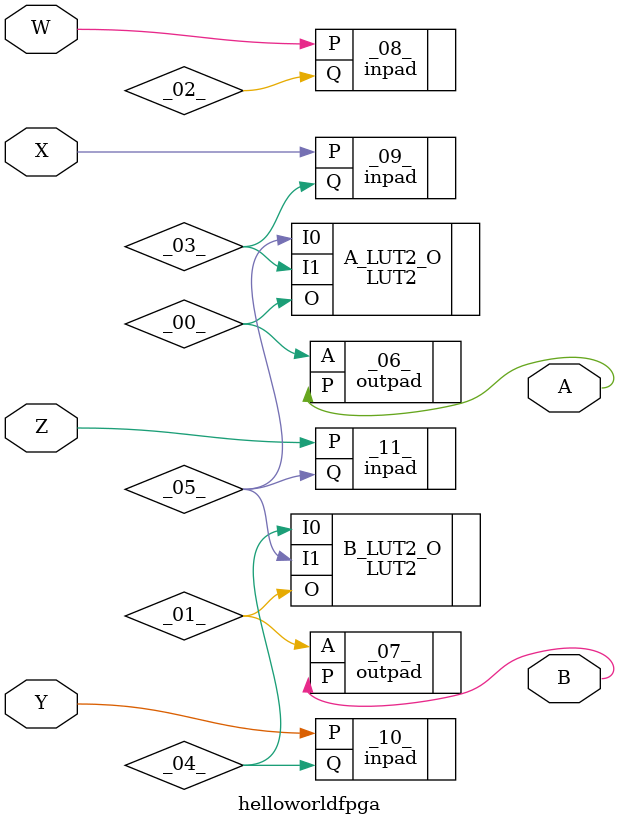
<source format=v>
/* Generated by Yosys 0.9+2406 (git sha1 ca763e6d5, gcc 10.2.1-6 -fPIC -Os) */

(* top =  1  *)
(* src = "/data/data/com.termux/files/home/fpga-examples/blink/helloworldfpga.v:8.1-33.10" *)
module helloworldfpga(X, Y, Z, W, A, B);
  wire _00_;
  wire _01_;
  (* unused_bits = "0" *)
  wire _02_;
  wire _03_;
  wire _04_;
  wire _05_;
  (* src = "/data/data/com.termux/files/home/fpga-examples/blink/helloworldfpga.v:16.13-16.14" *)
  output A;
  (* src = "/data/data/com.termux/files/home/fpga-examples/blink/helloworldfpga.v:17.13-17.14" *)
  output B;
  (* src = "/data/data/com.termux/files/home/fpga-examples/blink/helloworldfpga.v:13.13-13.14" *)
  input W;
  (* src = "/data/data/com.termux/files/home/fpga-examples/blink/helloworldfpga.v:10.13-10.14" *)
  input X;
  (* src = "/data/data/com.termux/files/home/fpga-examples/blink/helloworldfpga.v:11.13-11.14" *)
  input Y;
  (* src = "/data/data/com.termux/files/home/fpga-examples/blink/helloworldfpga.v:12.13-12.14" *)
  input Z;
  (* keep = 32'd1 *)
  outpad #(
    .IO_LOC("X12Y3"),
    .IO_PAD("3"),
    .IO_TYPE("BIDIR")
  ) _06_ (
    .A(_00_),
    .P(A)
  );
  (* keep = 32'd1 *)
  outpad #(
    .IO_LOC("X14Y3"),
    .IO_PAD("64"),
    .IO_TYPE("BIDIR")
  ) _07_ (
    .A(_01_),
    .P(B)
  );
  (* keep = 32'd1 *)
  inpad #(
    .IO_LOC("X28Y3"),
    .IO_PAD("56"),
    .IO_TYPE("BIDIR")
  ) _08_ (
    .P(W),
    .Q(_02_)
  );
  (* keep = 32'd1 *)
  inpad #(
    .IO_LOC("X20Y32"),
    .IO_PAD("33"),
    .IO_TYPE("BIDIR")
  ) _09_ (
    .P(X),
    .Q(_03_)
  );
  (* keep = 32'd1 *)
  inpad #(
    .IO_LOC("X10Y32"),
    .IO_PAD("27"),
    .IO_TYPE("BIDIR")
  ) _10_ (
    .P(Y),
    .Q(_04_)
  );
  (* keep = 32'd1 *)
  inpad #(
    .IO_LOC("X4Y32"),
    .IO_PAD("23"),
    .IO_TYPE("BIDIR")
  ) _11_ (
    .P(Z),
    .Q(_05_)
  );
  (* module_not_derived = 32'd1 *)
  (* src = "/bin/../share/yosys/quicklogic/pp3_lut_map.v:32.63-32.110" *)
  LUT2 #(
    .EQN("(I0*~I1)+(~I0*I1)+(I0*I1)"),
    .INIT(4'he)
  ) A_LUT2_O (
    .I0(_05_),
    .I1(_03_),
    .O(_00_)
  );
  (* module_not_derived = 32'd1 *)
  (* src = "/bin/../share/yosys/quicklogic/pp3_lut_map.v:32.63-32.110" *)
  LUT2 #(
    .EQN("(I0*~I1)+(~I0*I1)+(I0*I1)"),
    .INIT(4'he)
  ) B_LUT2_O (
    .I0(_04_),
    .I1(_05_),
    .O(_01_)
  );
endmodule

</source>
